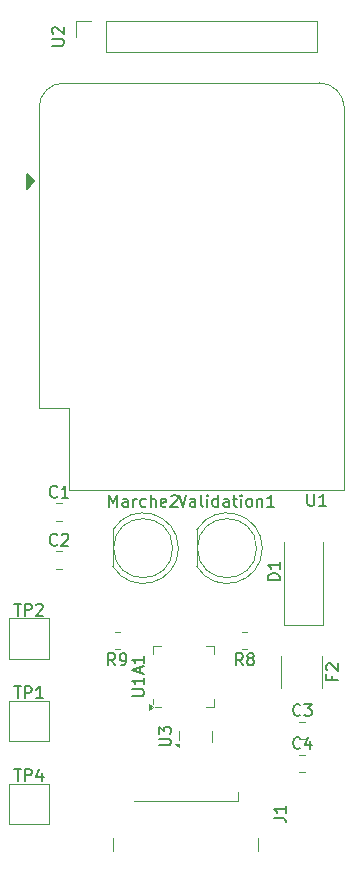
<source format=gto>
%TF.GenerationSoftware,KiCad,Pcbnew,9.0.0*%
%TF.CreationDate,2025-12-11T11:24:11+01:00*%
%TF.ProjectId,rfidReader,72666964-5265-4616-9465-722e6b696361,rev?*%
%TF.SameCoordinates,Original*%
%TF.FileFunction,Legend,Top*%
%TF.FilePolarity,Positive*%
%FSLAX46Y46*%
G04 Gerber Fmt 4.6, Leading zero omitted, Abs format (unit mm)*
G04 Created by KiCad (PCBNEW 9.0.0) date 2025-12-11 11:24:11*
%MOMM*%
%LPD*%
G01*
G04 APERTURE LIST*
%ADD10C,0.150000*%
%ADD11C,0.120000*%
G04 APERTURE END LIST*
D10*
X227781009Y-146510000D02*
X227781009Y-146843333D01*
X228304819Y-146843333D02*
X227304819Y-146843333D01*
X227304819Y-146843333D02*
X227304819Y-146367143D01*
X227400057Y-146033809D02*
X227352438Y-145986190D01*
X227352438Y-145986190D02*
X227304819Y-145890952D01*
X227304819Y-145890952D02*
X227304819Y-145652857D01*
X227304819Y-145652857D02*
X227352438Y-145557619D01*
X227352438Y-145557619D02*
X227400057Y-145510000D01*
X227400057Y-145510000D02*
X227495295Y-145462381D01*
X227495295Y-145462381D02*
X227590533Y-145462381D01*
X227590533Y-145462381D02*
X227733390Y-145510000D01*
X227733390Y-145510000D02*
X228304819Y-146081428D01*
X228304819Y-146081428D02*
X228304819Y-145462381D01*
X222869819Y-158533333D02*
X223584104Y-158533333D01*
X223584104Y-158533333D02*
X223726961Y-158580952D01*
X223726961Y-158580952D02*
X223822200Y-158676190D01*
X223822200Y-158676190D02*
X223869819Y-158819047D01*
X223869819Y-158819047D02*
X223869819Y-158914285D01*
X223869819Y-157533333D02*
X223869819Y-158104761D01*
X223869819Y-157819047D02*
X222869819Y-157819047D01*
X222869819Y-157819047D02*
X223012676Y-157914285D01*
X223012676Y-157914285D02*
X223107914Y-158009523D01*
X223107914Y-158009523D02*
X223155533Y-158104761D01*
X213154819Y-152397614D02*
X213964342Y-152397614D01*
X213964342Y-152397614D02*
X214059580Y-152349995D01*
X214059580Y-152349995D02*
X214107200Y-152302376D01*
X214107200Y-152302376D02*
X214154819Y-152207138D01*
X214154819Y-152207138D02*
X214154819Y-152016662D01*
X214154819Y-152016662D02*
X214107200Y-151921424D01*
X214107200Y-151921424D02*
X214059580Y-151873805D01*
X214059580Y-151873805D02*
X213964342Y-151826186D01*
X213964342Y-151826186D02*
X213154819Y-151826186D01*
X213154819Y-151445233D02*
X213154819Y-150826186D01*
X213154819Y-150826186D02*
X213535771Y-151159519D01*
X213535771Y-151159519D02*
X213535771Y-151016662D01*
X213535771Y-151016662D02*
X213583390Y-150921424D01*
X213583390Y-150921424D02*
X213631009Y-150873805D01*
X213631009Y-150873805D02*
X213726247Y-150826186D01*
X213726247Y-150826186D02*
X213964342Y-150826186D01*
X213964342Y-150826186D02*
X214059580Y-150873805D01*
X214059580Y-150873805D02*
X214107200Y-150921424D01*
X214107200Y-150921424D02*
X214154819Y-151016662D01*
X214154819Y-151016662D02*
X214154819Y-151302376D01*
X214154819Y-151302376D02*
X214107200Y-151397614D01*
X214107200Y-151397614D02*
X214059580Y-151445233D01*
X204513333Y-135385580D02*
X204465714Y-135433200D01*
X204465714Y-135433200D02*
X204322857Y-135480819D01*
X204322857Y-135480819D02*
X204227619Y-135480819D01*
X204227619Y-135480819D02*
X204084762Y-135433200D01*
X204084762Y-135433200D02*
X203989524Y-135337961D01*
X203989524Y-135337961D02*
X203941905Y-135242723D01*
X203941905Y-135242723D02*
X203894286Y-135052247D01*
X203894286Y-135052247D02*
X203894286Y-134909390D01*
X203894286Y-134909390D02*
X203941905Y-134718914D01*
X203941905Y-134718914D02*
X203989524Y-134623676D01*
X203989524Y-134623676D02*
X204084762Y-134528438D01*
X204084762Y-134528438D02*
X204227619Y-134480819D01*
X204227619Y-134480819D02*
X204322857Y-134480819D01*
X204322857Y-134480819D02*
X204465714Y-134528438D01*
X204465714Y-134528438D02*
X204513333Y-134576057D01*
X204894286Y-134576057D02*
X204941905Y-134528438D01*
X204941905Y-134528438D02*
X205037143Y-134480819D01*
X205037143Y-134480819D02*
X205275238Y-134480819D01*
X205275238Y-134480819D02*
X205370476Y-134528438D01*
X205370476Y-134528438D02*
X205418095Y-134576057D01*
X205418095Y-134576057D02*
X205465714Y-134671295D01*
X205465714Y-134671295D02*
X205465714Y-134766533D01*
X205465714Y-134766533D02*
X205418095Y-134909390D01*
X205418095Y-134909390D02*
X204846667Y-135480819D01*
X204846667Y-135480819D02*
X205465714Y-135480819D01*
X210854819Y-148224666D02*
X211664342Y-148224666D01*
X211664342Y-148224666D02*
X211759580Y-148177047D01*
X211759580Y-148177047D02*
X211807200Y-148129428D01*
X211807200Y-148129428D02*
X211854819Y-148034190D01*
X211854819Y-148034190D02*
X211854819Y-147843714D01*
X211854819Y-147843714D02*
X211807200Y-147748476D01*
X211807200Y-147748476D02*
X211759580Y-147700857D01*
X211759580Y-147700857D02*
X211664342Y-147653238D01*
X211664342Y-147653238D02*
X210854819Y-147653238D01*
X211854819Y-146653238D02*
X211854819Y-147224666D01*
X211854819Y-146938952D02*
X210854819Y-146938952D01*
X210854819Y-146938952D02*
X210997676Y-147034190D01*
X210997676Y-147034190D02*
X211092914Y-147129428D01*
X211092914Y-147129428D02*
X211140533Y-147224666D01*
X211569104Y-146272285D02*
X211569104Y-145796095D01*
X211854819Y-146367523D02*
X210854819Y-146034190D01*
X210854819Y-146034190D02*
X211854819Y-145700857D01*
X211854819Y-144843714D02*
X211854819Y-145415142D01*
X211854819Y-145129428D02*
X210854819Y-145129428D01*
X210854819Y-145129428D02*
X210997676Y-145224666D01*
X210997676Y-145224666D02*
X211092914Y-145319904D01*
X211092914Y-145319904D02*
X211140533Y-145415142D01*
X225103333Y-152603580D02*
X225055714Y-152651200D01*
X225055714Y-152651200D02*
X224912857Y-152698819D01*
X224912857Y-152698819D02*
X224817619Y-152698819D01*
X224817619Y-152698819D02*
X224674762Y-152651200D01*
X224674762Y-152651200D02*
X224579524Y-152555961D01*
X224579524Y-152555961D02*
X224531905Y-152460723D01*
X224531905Y-152460723D02*
X224484286Y-152270247D01*
X224484286Y-152270247D02*
X224484286Y-152127390D01*
X224484286Y-152127390D02*
X224531905Y-151936914D01*
X224531905Y-151936914D02*
X224579524Y-151841676D01*
X224579524Y-151841676D02*
X224674762Y-151746438D01*
X224674762Y-151746438D02*
X224817619Y-151698819D01*
X224817619Y-151698819D02*
X224912857Y-151698819D01*
X224912857Y-151698819D02*
X225055714Y-151746438D01*
X225055714Y-151746438D02*
X225103333Y-151794057D01*
X225960476Y-152032152D02*
X225960476Y-152698819D01*
X225722381Y-151651200D02*
X225484286Y-152365485D01*
X225484286Y-152365485D02*
X226103333Y-152365485D01*
X225103333Y-149799913D02*
X225055714Y-149847533D01*
X225055714Y-149847533D02*
X224912857Y-149895152D01*
X224912857Y-149895152D02*
X224817619Y-149895152D01*
X224817619Y-149895152D02*
X224674762Y-149847533D01*
X224674762Y-149847533D02*
X224579524Y-149752294D01*
X224579524Y-149752294D02*
X224531905Y-149657056D01*
X224531905Y-149657056D02*
X224484286Y-149466580D01*
X224484286Y-149466580D02*
X224484286Y-149323723D01*
X224484286Y-149323723D02*
X224531905Y-149133247D01*
X224531905Y-149133247D02*
X224579524Y-149038009D01*
X224579524Y-149038009D02*
X224674762Y-148942771D01*
X224674762Y-148942771D02*
X224817619Y-148895152D01*
X224817619Y-148895152D02*
X224912857Y-148895152D01*
X224912857Y-148895152D02*
X225055714Y-148942771D01*
X225055714Y-148942771D02*
X225103333Y-148990390D01*
X225436667Y-148895152D02*
X226055714Y-148895152D01*
X226055714Y-148895152D02*
X225722381Y-149276104D01*
X225722381Y-149276104D02*
X225865238Y-149276104D01*
X225865238Y-149276104D02*
X225960476Y-149323723D01*
X225960476Y-149323723D02*
X226008095Y-149371342D01*
X226008095Y-149371342D02*
X226055714Y-149466580D01*
X226055714Y-149466580D02*
X226055714Y-149704675D01*
X226055714Y-149704675D02*
X226008095Y-149799913D01*
X226008095Y-149799913D02*
X225960476Y-149847533D01*
X225960476Y-149847533D02*
X225865238Y-149895152D01*
X225865238Y-149895152D02*
X225579524Y-149895152D01*
X225579524Y-149895152D02*
X225484286Y-149847533D01*
X225484286Y-149847533D02*
X225436667Y-149799913D01*
X204513333Y-131321580D02*
X204465714Y-131369200D01*
X204465714Y-131369200D02*
X204322857Y-131416819D01*
X204322857Y-131416819D02*
X204227619Y-131416819D01*
X204227619Y-131416819D02*
X204084762Y-131369200D01*
X204084762Y-131369200D02*
X203989524Y-131273961D01*
X203989524Y-131273961D02*
X203941905Y-131178723D01*
X203941905Y-131178723D02*
X203894286Y-130988247D01*
X203894286Y-130988247D02*
X203894286Y-130845390D01*
X203894286Y-130845390D02*
X203941905Y-130654914D01*
X203941905Y-130654914D02*
X203989524Y-130559676D01*
X203989524Y-130559676D02*
X204084762Y-130464438D01*
X204084762Y-130464438D02*
X204227619Y-130416819D01*
X204227619Y-130416819D02*
X204322857Y-130416819D01*
X204322857Y-130416819D02*
X204465714Y-130464438D01*
X204465714Y-130464438D02*
X204513333Y-130512057D01*
X205465714Y-131416819D02*
X204894286Y-131416819D01*
X205180000Y-131416819D02*
X205180000Y-130416819D01*
X205180000Y-130416819D02*
X205084762Y-130559676D01*
X205084762Y-130559676D02*
X204989524Y-130654914D01*
X204989524Y-130654914D02*
X204894286Y-130702533D01*
X220233333Y-145604819D02*
X219900000Y-145128628D01*
X219661905Y-145604819D02*
X219661905Y-144604819D01*
X219661905Y-144604819D02*
X220042857Y-144604819D01*
X220042857Y-144604819D02*
X220138095Y-144652438D01*
X220138095Y-144652438D02*
X220185714Y-144700057D01*
X220185714Y-144700057D02*
X220233333Y-144795295D01*
X220233333Y-144795295D02*
X220233333Y-144938152D01*
X220233333Y-144938152D02*
X220185714Y-145033390D01*
X220185714Y-145033390D02*
X220138095Y-145081009D01*
X220138095Y-145081009D02*
X220042857Y-145128628D01*
X220042857Y-145128628D02*
X219661905Y-145128628D01*
X220804762Y-145033390D02*
X220709524Y-144985771D01*
X220709524Y-144985771D02*
X220661905Y-144938152D01*
X220661905Y-144938152D02*
X220614286Y-144842914D01*
X220614286Y-144842914D02*
X220614286Y-144795295D01*
X220614286Y-144795295D02*
X220661905Y-144700057D01*
X220661905Y-144700057D02*
X220709524Y-144652438D01*
X220709524Y-144652438D02*
X220804762Y-144604819D01*
X220804762Y-144604819D02*
X220995238Y-144604819D01*
X220995238Y-144604819D02*
X221090476Y-144652438D01*
X221090476Y-144652438D02*
X221138095Y-144700057D01*
X221138095Y-144700057D02*
X221185714Y-144795295D01*
X221185714Y-144795295D02*
X221185714Y-144842914D01*
X221185714Y-144842914D02*
X221138095Y-144938152D01*
X221138095Y-144938152D02*
X221090476Y-144985771D01*
X221090476Y-144985771D02*
X220995238Y-145033390D01*
X220995238Y-145033390D02*
X220804762Y-145033390D01*
X220804762Y-145033390D02*
X220709524Y-145081009D01*
X220709524Y-145081009D02*
X220661905Y-145128628D01*
X220661905Y-145128628D02*
X220614286Y-145223866D01*
X220614286Y-145223866D02*
X220614286Y-145414342D01*
X220614286Y-145414342D02*
X220661905Y-145509580D01*
X220661905Y-145509580D02*
X220709524Y-145557200D01*
X220709524Y-145557200D02*
X220804762Y-145604819D01*
X220804762Y-145604819D02*
X220995238Y-145604819D01*
X220995238Y-145604819D02*
X221090476Y-145557200D01*
X221090476Y-145557200D02*
X221138095Y-145509580D01*
X221138095Y-145509580D02*
X221185714Y-145414342D01*
X221185714Y-145414342D02*
X221185714Y-145223866D01*
X221185714Y-145223866D02*
X221138095Y-145128628D01*
X221138095Y-145128628D02*
X221090476Y-145081009D01*
X221090476Y-145081009D02*
X220995238Y-145033390D01*
X204084819Y-93161904D02*
X204894342Y-93161904D01*
X204894342Y-93161904D02*
X204989580Y-93114285D01*
X204989580Y-93114285D02*
X205037200Y-93066666D01*
X205037200Y-93066666D02*
X205084819Y-92971428D01*
X205084819Y-92971428D02*
X205084819Y-92780952D01*
X205084819Y-92780952D02*
X205037200Y-92685714D01*
X205037200Y-92685714D02*
X204989580Y-92638095D01*
X204989580Y-92638095D02*
X204894342Y-92590476D01*
X204894342Y-92590476D02*
X204084819Y-92590476D01*
X204180057Y-92161904D02*
X204132438Y-92114285D01*
X204132438Y-92114285D02*
X204084819Y-92019047D01*
X204084819Y-92019047D02*
X204084819Y-91780952D01*
X204084819Y-91780952D02*
X204132438Y-91685714D01*
X204132438Y-91685714D02*
X204180057Y-91638095D01*
X204180057Y-91638095D02*
X204275295Y-91590476D01*
X204275295Y-91590476D02*
X204370533Y-91590476D01*
X204370533Y-91590476D02*
X204513390Y-91638095D01*
X204513390Y-91638095D02*
X205084819Y-92209523D01*
X205084819Y-92209523D02*
X205084819Y-91590476D01*
X214799762Y-131194819D02*
X215133095Y-132194819D01*
X215133095Y-132194819D02*
X215466428Y-131194819D01*
X216228333Y-132194819D02*
X216228333Y-131671009D01*
X216228333Y-131671009D02*
X216180714Y-131575771D01*
X216180714Y-131575771D02*
X216085476Y-131528152D01*
X216085476Y-131528152D02*
X215895000Y-131528152D01*
X215895000Y-131528152D02*
X215799762Y-131575771D01*
X216228333Y-132147200D02*
X216133095Y-132194819D01*
X216133095Y-132194819D02*
X215895000Y-132194819D01*
X215895000Y-132194819D02*
X215799762Y-132147200D01*
X215799762Y-132147200D02*
X215752143Y-132051961D01*
X215752143Y-132051961D02*
X215752143Y-131956723D01*
X215752143Y-131956723D02*
X215799762Y-131861485D01*
X215799762Y-131861485D02*
X215895000Y-131813866D01*
X215895000Y-131813866D02*
X216133095Y-131813866D01*
X216133095Y-131813866D02*
X216228333Y-131766247D01*
X216847381Y-132194819D02*
X216752143Y-132147200D01*
X216752143Y-132147200D02*
X216704524Y-132051961D01*
X216704524Y-132051961D02*
X216704524Y-131194819D01*
X217228334Y-132194819D02*
X217228334Y-131528152D01*
X217228334Y-131194819D02*
X217180715Y-131242438D01*
X217180715Y-131242438D02*
X217228334Y-131290057D01*
X217228334Y-131290057D02*
X217275953Y-131242438D01*
X217275953Y-131242438D02*
X217228334Y-131194819D01*
X217228334Y-131194819D02*
X217228334Y-131290057D01*
X218133095Y-132194819D02*
X218133095Y-131194819D01*
X218133095Y-132147200D02*
X218037857Y-132194819D01*
X218037857Y-132194819D02*
X217847381Y-132194819D01*
X217847381Y-132194819D02*
X217752143Y-132147200D01*
X217752143Y-132147200D02*
X217704524Y-132099580D01*
X217704524Y-132099580D02*
X217656905Y-132004342D01*
X217656905Y-132004342D02*
X217656905Y-131718628D01*
X217656905Y-131718628D02*
X217704524Y-131623390D01*
X217704524Y-131623390D02*
X217752143Y-131575771D01*
X217752143Y-131575771D02*
X217847381Y-131528152D01*
X217847381Y-131528152D02*
X218037857Y-131528152D01*
X218037857Y-131528152D02*
X218133095Y-131575771D01*
X219037857Y-132194819D02*
X219037857Y-131671009D01*
X219037857Y-131671009D02*
X218990238Y-131575771D01*
X218990238Y-131575771D02*
X218895000Y-131528152D01*
X218895000Y-131528152D02*
X218704524Y-131528152D01*
X218704524Y-131528152D02*
X218609286Y-131575771D01*
X219037857Y-132147200D02*
X218942619Y-132194819D01*
X218942619Y-132194819D02*
X218704524Y-132194819D01*
X218704524Y-132194819D02*
X218609286Y-132147200D01*
X218609286Y-132147200D02*
X218561667Y-132051961D01*
X218561667Y-132051961D02*
X218561667Y-131956723D01*
X218561667Y-131956723D02*
X218609286Y-131861485D01*
X218609286Y-131861485D02*
X218704524Y-131813866D01*
X218704524Y-131813866D02*
X218942619Y-131813866D01*
X218942619Y-131813866D02*
X219037857Y-131766247D01*
X219371191Y-131528152D02*
X219752143Y-131528152D01*
X219514048Y-131194819D02*
X219514048Y-132051961D01*
X219514048Y-132051961D02*
X219561667Y-132147200D01*
X219561667Y-132147200D02*
X219656905Y-132194819D01*
X219656905Y-132194819D02*
X219752143Y-132194819D01*
X220085477Y-132194819D02*
X220085477Y-131528152D01*
X220085477Y-131194819D02*
X220037858Y-131242438D01*
X220037858Y-131242438D02*
X220085477Y-131290057D01*
X220085477Y-131290057D02*
X220133096Y-131242438D01*
X220133096Y-131242438D02*
X220085477Y-131194819D01*
X220085477Y-131194819D02*
X220085477Y-131290057D01*
X220704524Y-132194819D02*
X220609286Y-132147200D01*
X220609286Y-132147200D02*
X220561667Y-132099580D01*
X220561667Y-132099580D02*
X220514048Y-132004342D01*
X220514048Y-132004342D02*
X220514048Y-131718628D01*
X220514048Y-131718628D02*
X220561667Y-131623390D01*
X220561667Y-131623390D02*
X220609286Y-131575771D01*
X220609286Y-131575771D02*
X220704524Y-131528152D01*
X220704524Y-131528152D02*
X220847381Y-131528152D01*
X220847381Y-131528152D02*
X220942619Y-131575771D01*
X220942619Y-131575771D02*
X220990238Y-131623390D01*
X220990238Y-131623390D02*
X221037857Y-131718628D01*
X221037857Y-131718628D02*
X221037857Y-132004342D01*
X221037857Y-132004342D02*
X220990238Y-132099580D01*
X220990238Y-132099580D02*
X220942619Y-132147200D01*
X220942619Y-132147200D02*
X220847381Y-132194819D01*
X220847381Y-132194819D02*
X220704524Y-132194819D01*
X221466429Y-131528152D02*
X221466429Y-132194819D01*
X221466429Y-131623390D02*
X221514048Y-131575771D01*
X221514048Y-131575771D02*
X221609286Y-131528152D01*
X221609286Y-131528152D02*
X221752143Y-131528152D01*
X221752143Y-131528152D02*
X221847381Y-131575771D01*
X221847381Y-131575771D02*
X221895000Y-131671009D01*
X221895000Y-131671009D02*
X221895000Y-132194819D01*
X222895000Y-132194819D02*
X222323572Y-132194819D01*
X222609286Y-132194819D02*
X222609286Y-131194819D01*
X222609286Y-131194819D02*
X222514048Y-131337676D01*
X222514048Y-131337676D02*
X222418810Y-131432914D01*
X222418810Y-131432914D02*
X222323572Y-131480533D01*
X200888095Y-154406819D02*
X201459523Y-154406819D01*
X201173809Y-155406819D02*
X201173809Y-154406819D01*
X201792857Y-155406819D02*
X201792857Y-154406819D01*
X201792857Y-154406819D02*
X202173809Y-154406819D01*
X202173809Y-154406819D02*
X202269047Y-154454438D01*
X202269047Y-154454438D02*
X202316666Y-154502057D01*
X202316666Y-154502057D02*
X202364285Y-154597295D01*
X202364285Y-154597295D02*
X202364285Y-154740152D01*
X202364285Y-154740152D02*
X202316666Y-154835390D01*
X202316666Y-154835390D02*
X202269047Y-154883009D01*
X202269047Y-154883009D02*
X202173809Y-154930628D01*
X202173809Y-154930628D02*
X201792857Y-154930628D01*
X203221428Y-154740152D02*
X203221428Y-155406819D01*
X202983333Y-154359200D02*
X202745238Y-155073485D01*
X202745238Y-155073485D02*
X203364285Y-155073485D01*
X200888095Y-140406819D02*
X201459523Y-140406819D01*
X201173809Y-141406819D02*
X201173809Y-140406819D01*
X201792857Y-141406819D02*
X201792857Y-140406819D01*
X201792857Y-140406819D02*
X202173809Y-140406819D01*
X202173809Y-140406819D02*
X202269047Y-140454438D01*
X202269047Y-140454438D02*
X202316666Y-140502057D01*
X202316666Y-140502057D02*
X202364285Y-140597295D01*
X202364285Y-140597295D02*
X202364285Y-140740152D01*
X202364285Y-140740152D02*
X202316666Y-140835390D01*
X202316666Y-140835390D02*
X202269047Y-140883009D01*
X202269047Y-140883009D02*
X202173809Y-140930628D01*
X202173809Y-140930628D02*
X201792857Y-140930628D01*
X202745238Y-140502057D02*
X202792857Y-140454438D01*
X202792857Y-140454438D02*
X202888095Y-140406819D01*
X202888095Y-140406819D02*
X203126190Y-140406819D01*
X203126190Y-140406819D02*
X203221428Y-140454438D01*
X203221428Y-140454438D02*
X203269047Y-140502057D01*
X203269047Y-140502057D02*
X203316666Y-140597295D01*
X203316666Y-140597295D02*
X203316666Y-140692533D01*
X203316666Y-140692533D02*
X203269047Y-140835390D01*
X203269047Y-140835390D02*
X202697619Y-141406819D01*
X202697619Y-141406819D02*
X203316666Y-141406819D01*
X208914047Y-132194819D02*
X208914047Y-131194819D01*
X208914047Y-131194819D02*
X209247380Y-131909104D01*
X209247380Y-131909104D02*
X209580713Y-131194819D01*
X209580713Y-131194819D02*
X209580713Y-132194819D01*
X210485475Y-132194819D02*
X210485475Y-131671009D01*
X210485475Y-131671009D02*
X210437856Y-131575771D01*
X210437856Y-131575771D02*
X210342618Y-131528152D01*
X210342618Y-131528152D02*
X210152142Y-131528152D01*
X210152142Y-131528152D02*
X210056904Y-131575771D01*
X210485475Y-132147200D02*
X210390237Y-132194819D01*
X210390237Y-132194819D02*
X210152142Y-132194819D01*
X210152142Y-132194819D02*
X210056904Y-132147200D01*
X210056904Y-132147200D02*
X210009285Y-132051961D01*
X210009285Y-132051961D02*
X210009285Y-131956723D01*
X210009285Y-131956723D02*
X210056904Y-131861485D01*
X210056904Y-131861485D02*
X210152142Y-131813866D01*
X210152142Y-131813866D02*
X210390237Y-131813866D01*
X210390237Y-131813866D02*
X210485475Y-131766247D01*
X210961666Y-132194819D02*
X210961666Y-131528152D01*
X210961666Y-131718628D02*
X211009285Y-131623390D01*
X211009285Y-131623390D02*
X211056904Y-131575771D01*
X211056904Y-131575771D02*
X211152142Y-131528152D01*
X211152142Y-131528152D02*
X211247380Y-131528152D01*
X212009285Y-132147200D02*
X211914047Y-132194819D01*
X211914047Y-132194819D02*
X211723571Y-132194819D01*
X211723571Y-132194819D02*
X211628333Y-132147200D01*
X211628333Y-132147200D02*
X211580714Y-132099580D01*
X211580714Y-132099580D02*
X211533095Y-132004342D01*
X211533095Y-132004342D02*
X211533095Y-131718628D01*
X211533095Y-131718628D02*
X211580714Y-131623390D01*
X211580714Y-131623390D02*
X211628333Y-131575771D01*
X211628333Y-131575771D02*
X211723571Y-131528152D01*
X211723571Y-131528152D02*
X211914047Y-131528152D01*
X211914047Y-131528152D02*
X212009285Y-131575771D01*
X212437857Y-132194819D02*
X212437857Y-131194819D01*
X212866428Y-132194819D02*
X212866428Y-131671009D01*
X212866428Y-131671009D02*
X212818809Y-131575771D01*
X212818809Y-131575771D02*
X212723571Y-131528152D01*
X212723571Y-131528152D02*
X212580714Y-131528152D01*
X212580714Y-131528152D02*
X212485476Y-131575771D01*
X212485476Y-131575771D02*
X212437857Y-131623390D01*
X213723571Y-132147200D02*
X213628333Y-132194819D01*
X213628333Y-132194819D02*
X213437857Y-132194819D01*
X213437857Y-132194819D02*
X213342619Y-132147200D01*
X213342619Y-132147200D02*
X213295000Y-132051961D01*
X213295000Y-132051961D02*
X213295000Y-131671009D01*
X213295000Y-131671009D02*
X213342619Y-131575771D01*
X213342619Y-131575771D02*
X213437857Y-131528152D01*
X213437857Y-131528152D02*
X213628333Y-131528152D01*
X213628333Y-131528152D02*
X213723571Y-131575771D01*
X213723571Y-131575771D02*
X213771190Y-131671009D01*
X213771190Y-131671009D02*
X213771190Y-131766247D01*
X213771190Y-131766247D02*
X213295000Y-131861485D01*
X214152143Y-131290057D02*
X214199762Y-131242438D01*
X214199762Y-131242438D02*
X214295000Y-131194819D01*
X214295000Y-131194819D02*
X214533095Y-131194819D01*
X214533095Y-131194819D02*
X214628333Y-131242438D01*
X214628333Y-131242438D02*
X214675952Y-131290057D01*
X214675952Y-131290057D02*
X214723571Y-131385295D01*
X214723571Y-131385295D02*
X214723571Y-131480533D01*
X214723571Y-131480533D02*
X214675952Y-131623390D01*
X214675952Y-131623390D02*
X214104524Y-132194819D01*
X214104524Y-132194819D02*
X214723571Y-132194819D01*
X209433333Y-145604819D02*
X209100000Y-145128628D01*
X208861905Y-145604819D02*
X208861905Y-144604819D01*
X208861905Y-144604819D02*
X209242857Y-144604819D01*
X209242857Y-144604819D02*
X209338095Y-144652438D01*
X209338095Y-144652438D02*
X209385714Y-144700057D01*
X209385714Y-144700057D02*
X209433333Y-144795295D01*
X209433333Y-144795295D02*
X209433333Y-144938152D01*
X209433333Y-144938152D02*
X209385714Y-145033390D01*
X209385714Y-145033390D02*
X209338095Y-145081009D01*
X209338095Y-145081009D02*
X209242857Y-145128628D01*
X209242857Y-145128628D02*
X208861905Y-145128628D01*
X209909524Y-145604819D02*
X210100000Y-145604819D01*
X210100000Y-145604819D02*
X210195238Y-145557200D01*
X210195238Y-145557200D02*
X210242857Y-145509580D01*
X210242857Y-145509580D02*
X210338095Y-145366723D01*
X210338095Y-145366723D02*
X210385714Y-145176247D01*
X210385714Y-145176247D02*
X210385714Y-144795295D01*
X210385714Y-144795295D02*
X210338095Y-144700057D01*
X210338095Y-144700057D02*
X210290476Y-144652438D01*
X210290476Y-144652438D02*
X210195238Y-144604819D01*
X210195238Y-144604819D02*
X210004762Y-144604819D01*
X210004762Y-144604819D02*
X209909524Y-144652438D01*
X209909524Y-144652438D02*
X209861905Y-144700057D01*
X209861905Y-144700057D02*
X209814286Y-144795295D01*
X209814286Y-144795295D02*
X209814286Y-145033390D01*
X209814286Y-145033390D02*
X209861905Y-145128628D01*
X209861905Y-145128628D02*
X209909524Y-145176247D01*
X209909524Y-145176247D02*
X210004762Y-145223866D01*
X210004762Y-145223866D02*
X210195238Y-145223866D01*
X210195238Y-145223866D02*
X210290476Y-145176247D01*
X210290476Y-145176247D02*
X210338095Y-145128628D01*
X210338095Y-145128628D02*
X210385714Y-145033390D01*
X225708095Y-131102819D02*
X225708095Y-131912342D01*
X225708095Y-131912342D02*
X225755714Y-132007580D01*
X225755714Y-132007580D02*
X225803333Y-132055200D01*
X225803333Y-132055200D02*
X225898571Y-132102819D01*
X225898571Y-132102819D02*
X226089047Y-132102819D01*
X226089047Y-132102819D02*
X226184285Y-132055200D01*
X226184285Y-132055200D02*
X226231904Y-132007580D01*
X226231904Y-132007580D02*
X226279523Y-131912342D01*
X226279523Y-131912342D02*
X226279523Y-131102819D01*
X227279523Y-132102819D02*
X226708095Y-132102819D01*
X226993809Y-132102819D02*
X226993809Y-131102819D01*
X226993809Y-131102819D02*
X226898571Y-131245676D01*
X226898571Y-131245676D02*
X226803333Y-131340914D01*
X226803333Y-131340914D02*
X226708095Y-131388533D01*
X200888095Y-147406819D02*
X201459523Y-147406819D01*
X201173809Y-148406819D02*
X201173809Y-147406819D01*
X201792857Y-148406819D02*
X201792857Y-147406819D01*
X201792857Y-147406819D02*
X202173809Y-147406819D01*
X202173809Y-147406819D02*
X202269047Y-147454438D01*
X202269047Y-147454438D02*
X202316666Y-147502057D01*
X202316666Y-147502057D02*
X202364285Y-147597295D01*
X202364285Y-147597295D02*
X202364285Y-147740152D01*
X202364285Y-147740152D02*
X202316666Y-147835390D01*
X202316666Y-147835390D02*
X202269047Y-147883009D01*
X202269047Y-147883009D02*
X202173809Y-147930628D01*
X202173809Y-147930628D02*
X201792857Y-147930628D01*
X203316666Y-148406819D02*
X202745238Y-148406819D01*
X203030952Y-148406819D02*
X203030952Y-147406819D01*
X203030952Y-147406819D02*
X202935714Y-147549676D01*
X202935714Y-147549676D02*
X202840476Y-147644914D01*
X202840476Y-147644914D02*
X202745238Y-147692533D01*
X223354819Y-138406094D02*
X222354819Y-138406094D01*
X222354819Y-138406094D02*
X222354819Y-138167999D01*
X222354819Y-138167999D02*
X222402438Y-138025142D01*
X222402438Y-138025142D02*
X222497676Y-137929904D01*
X222497676Y-137929904D02*
X222592914Y-137882285D01*
X222592914Y-137882285D02*
X222783390Y-137834666D01*
X222783390Y-137834666D02*
X222926247Y-137834666D01*
X222926247Y-137834666D02*
X223116723Y-137882285D01*
X223116723Y-137882285D02*
X223211961Y-137929904D01*
X223211961Y-137929904D02*
X223307200Y-138025142D01*
X223307200Y-138025142D02*
X223354819Y-138167999D01*
X223354819Y-138167999D02*
X223354819Y-138406094D01*
X223354819Y-136882285D02*
X223354819Y-137453713D01*
X223354819Y-137167999D02*
X222354819Y-137167999D01*
X222354819Y-137167999D02*
X222497676Y-137263237D01*
X222497676Y-137263237D02*
X222592914Y-137358475D01*
X222592914Y-137358475D02*
X222640533Y-137453713D01*
D11*
%TO.C,F2*%
X223490000Y-144790415D02*
X223490000Y-147562919D01*
X226910000Y-144790415D02*
X226910000Y-147562919D01*
%TO.C,J1*%
X209270000Y-160250000D02*
X209270000Y-161300000D01*
X219815000Y-157080000D02*
X211015000Y-157080000D01*
X219815000Y-157080000D02*
X219815000Y-156325000D01*
X221560000Y-160250000D02*
X221560000Y-161300000D01*
%TO.C,U3*%
X214790000Y-151154000D02*
X214790000Y-151944000D01*
X217610000Y-151154000D02*
X217610000Y-152154000D01*
X214790000Y-152554000D02*
X214510000Y-152274000D01*
X214790000Y-152274000D01*
X214790000Y-152554000D01*
G36*
X214790000Y-152554000D02*
G01*
X214510000Y-152274000D01*
X214790000Y-152274000D01*
X214790000Y-152554000D01*
G37*
%TO.C,C2*%
X204418748Y-135971000D02*
X204941252Y-135971000D01*
X204418748Y-137441000D02*
X204941252Y-137441000D01*
%TO.C,U1A1*%
X212590000Y-143948000D02*
X213315000Y-143948000D01*
X212590000Y-144673000D02*
X212590000Y-143948000D01*
X212590000Y-148443000D02*
X212590000Y-148868000D01*
X213315000Y-149168000D02*
X212830000Y-149168000D01*
X217810000Y-143948000D02*
X217085000Y-143948000D01*
X217810000Y-144673000D02*
X217810000Y-143948000D01*
X217810000Y-148443000D02*
X217810000Y-149168000D01*
X217810000Y-149168000D02*
X217085000Y-149168000D01*
X212590000Y-149168000D02*
X212260000Y-149408000D01*
X212260000Y-148928000D01*
X212590000Y-149168000D01*
G36*
X212590000Y-149168000D02*
G01*
X212260000Y-149408000D01*
X212260000Y-148928000D01*
X212590000Y-149168000D01*
G37*
%TO.C,C4*%
X225008748Y-153189000D02*
X225531252Y-153189000D01*
X225008748Y-154659000D02*
X225531252Y-154659000D01*
%TO.C,C3*%
X225008748Y-150385333D02*
X225531252Y-150385333D01*
X225008748Y-151855333D02*
X225531252Y-151855333D01*
%TO.C,C1*%
X204418748Y-131907000D02*
X204941252Y-131907000D01*
X204418748Y-133377000D02*
X204941252Y-133377000D01*
%TO.C,R8*%
X220627064Y-142765000D02*
X220172936Y-142765000D01*
X220627064Y-144235000D02*
X220172936Y-144235000D01*
%TO.C,U2*%
X206070000Y-91070000D02*
X207400000Y-91070000D01*
X206070000Y-92400000D02*
X206070000Y-91070000D01*
X208670000Y-91070000D02*
X226510000Y-91070000D01*
X208670000Y-93730000D02*
X208670000Y-91070000D01*
X208670000Y-93730000D02*
X226510000Y-93730000D01*
X226510000Y-93730000D02*
X226510000Y-91070000D01*
%TO.C,Validation1*%
X216335000Y-134155000D02*
X216335000Y-137245000D01*
X216335000Y-134155170D02*
G75*
G02*
X221885000Y-135699952I2560000J-1544830D01*
G01*
X221885000Y-135700048D02*
G75*
G02*
X216335000Y-137244830I-2990000J48D01*
G01*
X221395000Y-135700000D02*
G75*
G02*
X216395000Y-135700000I-2500000J0D01*
G01*
X216395000Y-135700000D02*
G75*
G02*
X221395000Y-135700000I2500000J0D01*
G01*
%TO.C,TP4*%
X200450000Y-155650000D02*
X203850000Y-155650000D01*
X200450000Y-159050000D02*
X200450000Y-155650000D01*
X203850000Y-155650000D02*
X203850000Y-159050000D01*
X203850000Y-159050000D02*
X200450000Y-159050000D01*
%TO.C,TP2*%
X200450000Y-141650000D02*
X203850000Y-141650000D01*
X200450000Y-145050000D02*
X200450000Y-141650000D01*
X203850000Y-141650000D02*
X203850000Y-145050000D01*
X203850000Y-145050000D02*
X200450000Y-145050000D01*
%TO.C,Marche2*%
X209235000Y-134155000D02*
X209235000Y-137245000D01*
X209235000Y-134155170D02*
G75*
G02*
X214785000Y-135699952I2560000J-1544830D01*
G01*
X214785000Y-135700048D02*
G75*
G02*
X209235000Y-137244830I-2990000J48D01*
G01*
X214295000Y-135700000D02*
G75*
G02*
X209295000Y-135700000I-2500000J0D01*
G01*
X209295000Y-135700000D02*
G75*
G02*
X214295000Y-135700000I2500000J0D01*
G01*
%TO.C,R9*%
X209827064Y-142765000D02*
X209372936Y-142765000D01*
X209827064Y-144235000D02*
X209372936Y-144235000D01*
%TO.C,U1*%
X202970000Y-123868000D02*
X202970000Y-98438000D01*
X202970000Y-123868000D02*
X205510000Y-123868000D01*
X205510000Y-123868000D02*
X205510000Y-130768000D01*
X205510000Y-130768000D02*
X228830000Y-130768000D01*
X226710000Y-96308000D02*
X205100000Y-96308000D01*
X228830000Y-130768000D02*
X228830000Y-98438000D01*
X202970000Y-98438000D02*
G75*
G02*
X205100000Y-96308000I2130002J-2D01*
G01*
X226700000Y-96308000D02*
G75*
G02*
X228830000Y-98438000I0J-2130000D01*
G01*
D10*
X202565000Y-104648000D02*
X201930000Y-105283000D01*
X201930000Y-104013000D01*
X202565000Y-104648000D01*
G36*
X202565000Y-104648000D02*
G01*
X201930000Y-105283000D01*
X201930000Y-104013000D01*
X202565000Y-104648000D01*
G37*
D11*
%TO.C,TP1*%
X200450000Y-148650000D02*
X203850000Y-148650000D01*
X200450000Y-152050000D02*
X200450000Y-148650000D01*
X203850000Y-148650000D02*
X203850000Y-152050000D01*
X203850000Y-152050000D02*
X200450000Y-152050000D01*
%TO.C,D1*%
X223750000Y-142178000D02*
X223750000Y-135168000D01*
X223750000Y-142178000D02*
X227050000Y-142178000D01*
X227050000Y-142178000D02*
X227050000Y-135168000D01*
%TD*%
M02*

</source>
